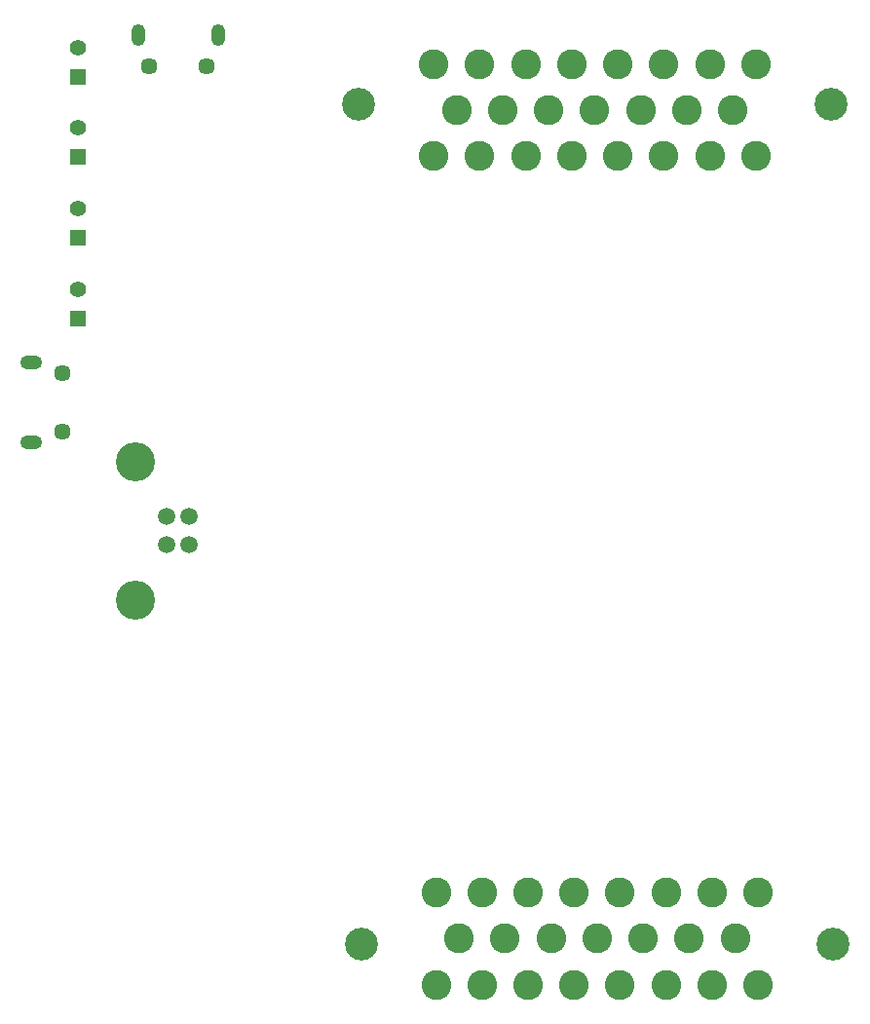
<source format=gbr>
%TF.GenerationSoftware,KiCad,Pcbnew,9.0.2*%
%TF.CreationDate,2025-06-15T01:14:31-07:00*%
%TF.ProjectId,SDM26LoggerV3.3,53444d32-364c-46f6-9767-657256332e33,rev?*%
%TF.SameCoordinates,Original*%
%TF.FileFunction,Soldermask,Bot*%
%TF.FilePolarity,Negative*%
%FSLAX46Y46*%
G04 Gerber Fmt 4.6, Leading zero omitted, Abs format (unit mm)*
G04 Created by KiCad (PCBNEW 9.0.2) date 2025-06-15 01:14:31*
%MOMM*%
%LPD*%
G01*
G04 APERTURE LIST*
%ADD10O,1.900000X1.200000*%
%ADD11C,1.450000*%
%ADD12C,1.500000*%
%ADD13C,3.400000*%
%ADD14R,1.416000X1.416000*%
%ADD15C,1.416000*%
%ADD16C,2.844800*%
%ADD17C,2.600000*%
%ADD18O,1.200000X1.900000*%
G04 APERTURE END LIST*
D10*
%TO.C,J2*%
X90962500Y-99900000D03*
D11*
X93662500Y-100900000D03*
X93662500Y-105900000D03*
D10*
X90962500Y-106900000D03*
%TD*%
D12*
%TO.C,J1*%
X104677500Y-115800000D03*
X104677500Y-113300000D03*
X102677500Y-113300000D03*
X102677500Y-115800000D03*
D13*
X99967500Y-108530000D03*
X99967500Y-120570000D03*
%TD*%
D14*
%TO.C,LED3*%
X95000000Y-75100000D03*
D15*
X95000000Y-72560000D03*
%TD*%
D14*
%TO.C,LED4*%
X95000000Y-82100000D03*
D15*
X95000000Y-79560000D03*
%TD*%
D16*
%TO.C,J5*%
X119400005Y-77500115D03*
X160399999Y-77500115D03*
D17*
X153899999Y-82000000D03*
X149900000Y-82000000D03*
X145900000Y-82000000D03*
X141900000Y-82000000D03*
X137900001Y-82000000D03*
X133900001Y-82000000D03*
X129900002Y-82000000D03*
X125900002Y-82000000D03*
X151900001Y-78000000D03*
X147900001Y-78000000D03*
X143900001Y-78000000D03*
X139900002Y-78000000D03*
X135900002Y-78000000D03*
X131900003Y-78000000D03*
X127900003Y-78000000D03*
X153899999Y-74000000D03*
X149900000Y-74000000D03*
X145900000Y-74000000D03*
X141900000Y-74000000D03*
X137900001Y-74000000D03*
X133900001Y-74000000D03*
X129900002Y-74000000D03*
X125900002Y-74000000D03*
%TD*%
D14*
%TO.C,LED2*%
X95000000Y-96100000D03*
D15*
X95000000Y-93560000D03*
%TD*%
D18*
%TO.C,J3*%
X107200000Y-71500000D03*
D11*
X106200000Y-74200000D03*
X101200000Y-74200000D03*
D18*
X100200000Y-71500000D03*
%TD*%
D16*
%TO.C,J6*%
X160599995Y-150499885D03*
X119600001Y-150499885D03*
D17*
X126100001Y-146000000D03*
X130100000Y-146000000D03*
X134100000Y-146000000D03*
X138100000Y-146000000D03*
X142099999Y-146000000D03*
X146099999Y-146000000D03*
X150099998Y-146000000D03*
X154099998Y-146000000D03*
X128099999Y-150000000D03*
X132099999Y-150000000D03*
X136099999Y-150000000D03*
X140099998Y-150000000D03*
X144099998Y-150000000D03*
X148099997Y-150000000D03*
X152099997Y-150000000D03*
X126100001Y-154000000D03*
X130100000Y-154000000D03*
X134100000Y-154000000D03*
X138100000Y-154000000D03*
X142099999Y-154000000D03*
X146099999Y-154000000D03*
X150099998Y-154000000D03*
X154099998Y-154000000D03*
%TD*%
D14*
%TO.C,LED1*%
X95000000Y-89100000D03*
D15*
X95000000Y-86560000D03*
%TD*%
M02*

</source>
